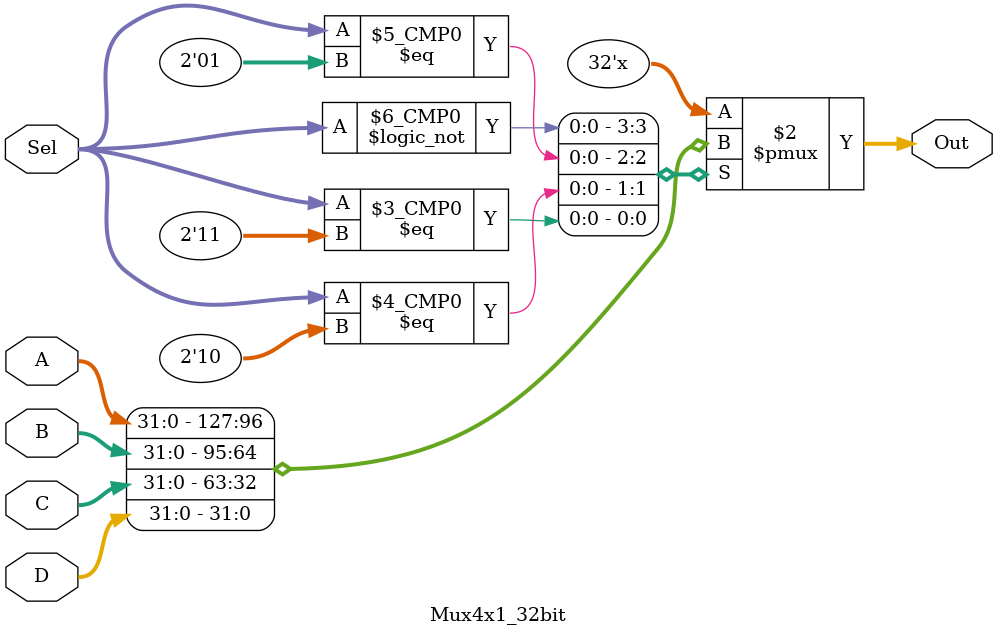
<source format=v>
module Mux4x1_32bit(A,B,C,D,Sel,Out);

	input [1:0] Sel;
	input [31:0] A,B,C,D;
	
	output reg [31:0] Out;
	
	always @(A or B or C or D or Sel)
	begin
	case (Sel)
	2'b00:Out=A;
	2'b01:Out=B;
	2'b10:Out=C;
	2'b11:Out=D;
	endcase
	end

endmodule

</source>
